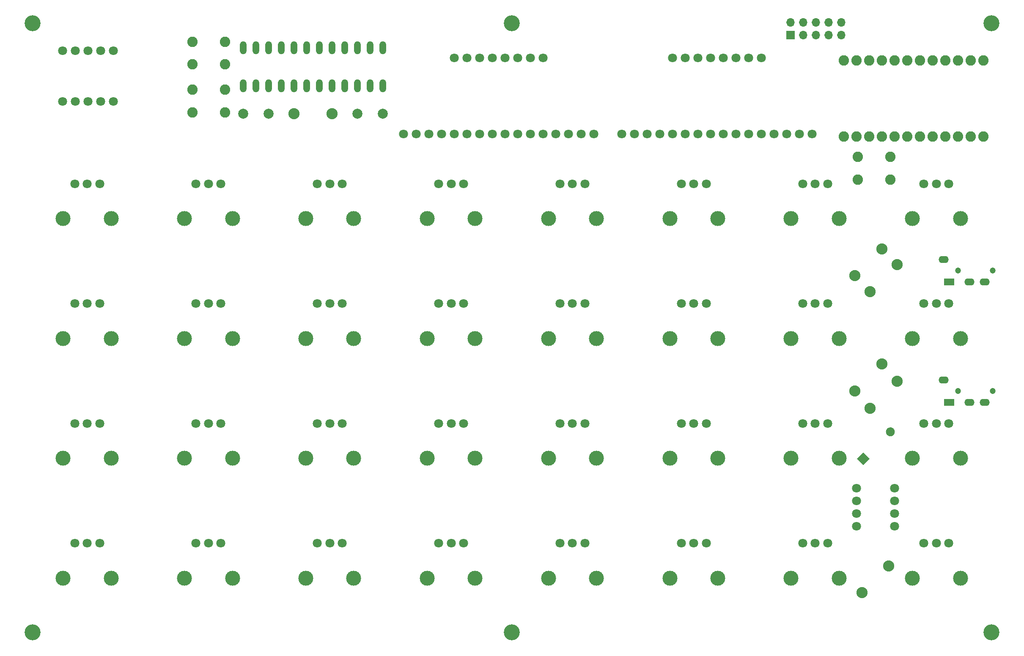
<source format=gbs>
G04 #@! TF.GenerationSoftware,KiCad,Pcbnew,(5.1.10-1-10_14)*
G04 #@! TF.CreationDate,2021-10-10T16:36:06+03:00*
G04 #@! TF.ProjectId,N32B,4e333242-2e6b-4696-9361-645f70636258,V2.2*
G04 #@! TF.SameCoordinates,Original*
G04 #@! TF.FileFunction,Soldermask,Bot*
G04 #@! TF.FilePolarity,Negative*
%FSLAX46Y46*%
G04 Gerber Fmt 4.6, Leading zero omitted, Abs format (unit mm)*
G04 Created by KiCad (PCBNEW (5.1.10-1-10_14)) date 2021-10-10 16:36:06*
%MOMM*%
%LPD*%
G01*
G04 APERTURE LIST*
%ADD10C,1.800000*%
%ADD11C,2.999740*%
%ADD12R,1.700000X1.700000*%
%ADD13O,1.700000X1.700000*%
%ADD14C,2.003200*%
%ADD15C,0.100000*%
%ADD16C,2.235200*%
%ADD17C,1.200000*%
%ADD18O,2.000000X1.400000*%
%ADD19R,2.000000X1.400000*%
%ADD20C,3.200000*%
%ADD21O,1.320800X2.641600*%
%ADD22C,2.082800*%
G04 APERTURE END LIST*
D10*
X215882001Y-130440000D03*
X213382001Y-130440000D03*
X210882001Y-130440000D03*
D11*
X208582001Y-137440000D03*
X218182001Y-137440000D03*
D10*
X191596001Y-130440000D03*
X189096001Y-130440000D03*
X186596001Y-130440000D03*
D11*
X184296001Y-137440000D03*
X193896001Y-137440000D03*
D10*
X167310001Y-130440000D03*
X164810001Y-130440000D03*
X162310001Y-130440000D03*
D11*
X160010001Y-137440000D03*
X169610001Y-137440000D03*
D10*
X143024001Y-130440000D03*
X140524001Y-130440000D03*
X138024001Y-130440000D03*
D11*
X135724001Y-137440000D03*
X145324001Y-137440000D03*
D10*
X118738002Y-130440000D03*
X116238002Y-130440000D03*
X113738002Y-130440000D03*
D11*
X111438002Y-137440000D03*
X121038002Y-137440000D03*
D10*
X94452001Y-130440000D03*
X91952001Y-130440000D03*
X89452001Y-130440000D03*
D11*
X87152001Y-137440000D03*
X96752001Y-137440000D03*
D10*
X70166001Y-130440000D03*
X67666001Y-130440000D03*
X65166001Y-130440000D03*
D11*
X62866001Y-137440000D03*
X72466001Y-137440000D03*
D10*
X215882001Y-106439999D03*
X213382001Y-106439999D03*
X210882001Y-106439999D03*
D11*
X208582001Y-113439999D03*
X218182001Y-113439999D03*
D10*
X191596001Y-106439999D03*
X189096001Y-106439999D03*
X186596001Y-106439999D03*
D11*
X184296001Y-113439999D03*
X193896001Y-113439999D03*
D10*
X167310001Y-106439999D03*
X164810001Y-106439999D03*
X162310001Y-106439999D03*
D11*
X160010001Y-113439999D03*
X169610001Y-113439999D03*
D10*
X143024001Y-106439999D03*
X140524001Y-106439999D03*
X138024001Y-106439999D03*
D11*
X135724001Y-113439999D03*
X145324001Y-113439999D03*
D10*
X118738002Y-106439999D03*
X116238002Y-106439999D03*
X113738002Y-106439999D03*
D11*
X111438002Y-113439999D03*
X121038002Y-113439999D03*
D10*
X94452001Y-106439999D03*
X91952001Y-106439999D03*
X89452001Y-106439999D03*
D11*
X87152001Y-113439999D03*
X96752001Y-113439999D03*
D10*
X70166001Y-106439999D03*
X67666001Y-106439999D03*
X65166001Y-106439999D03*
D11*
X62866001Y-113439999D03*
X72466001Y-113439999D03*
D10*
X45880001Y-106439999D03*
X43380001Y-106439999D03*
X40880001Y-106439999D03*
D11*
X38580001Y-113439999D03*
X48180001Y-113439999D03*
D10*
X215882001Y-82439999D03*
X213382001Y-82439999D03*
X210882001Y-82439999D03*
D11*
X208582001Y-89439999D03*
X218182001Y-89439999D03*
D10*
X191596001Y-82439999D03*
X189096001Y-82439999D03*
X186596001Y-82439999D03*
D11*
X184296001Y-89439999D03*
X193896001Y-89439999D03*
D10*
X167310001Y-82439999D03*
X164810001Y-82439999D03*
X162310001Y-82439999D03*
D11*
X160010001Y-89439999D03*
X169610001Y-89439999D03*
D10*
X143024001Y-82439999D03*
X140524001Y-82439999D03*
X138024001Y-82439999D03*
D11*
X135724001Y-89439999D03*
X145324001Y-89439999D03*
D10*
X118738002Y-82439999D03*
X116238002Y-82439999D03*
X113738002Y-82439999D03*
D11*
X111438002Y-89439999D03*
X121038002Y-89439999D03*
D10*
X94452001Y-82439999D03*
X91952001Y-82439999D03*
X89452001Y-82439999D03*
D11*
X87152001Y-89439999D03*
X96752001Y-89439999D03*
D10*
X70166001Y-82439999D03*
X67666001Y-82439999D03*
X65166001Y-82439999D03*
D11*
X62866001Y-89439999D03*
X72466001Y-89439999D03*
D10*
X45880001Y-82439999D03*
X43380001Y-82439999D03*
X40880001Y-82439999D03*
D11*
X38580001Y-89439999D03*
X48180001Y-89439999D03*
D10*
X215882001Y-58440000D03*
X213382001Y-58440000D03*
X210882001Y-58440000D03*
D11*
X208582001Y-65440000D03*
X218182001Y-65440000D03*
D10*
X191596001Y-58440000D03*
X189096001Y-58440000D03*
X186596001Y-58440000D03*
D11*
X184296001Y-65440000D03*
X193896001Y-65440000D03*
D10*
X167310001Y-58440000D03*
X164810001Y-58440000D03*
X162310001Y-58440000D03*
D11*
X160010001Y-65440000D03*
X169610001Y-65440000D03*
D10*
X143024001Y-58440000D03*
X140524001Y-58440000D03*
X138024001Y-58440000D03*
D11*
X135724001Y-65440000D03*
X145324001Y-65440000D03*
D10*
X118738002Y-58440000D03*
X116238002Y-58440000D03*
X113738002Y-58440000D03*
D11*
X111438002Y-65440000D03*
X121038002Y-65440000D03*
D10*
X70166001Y-58440000D03*
X67666001Y-58440000D03*
X65166001Y-58440000D03*
D11*
X62866001Y-65440000D03*
X72466001Y-65440000D03*
D10*
X94452001Y-58440000D03*
X91952001Y-58440000D03*
X89452001Y-58440000D03*
D11*
X87152001Y-65440000D03*
X96752001Y-65440000D03*
D10*
X45880001Y-130440000D03*
X43380001Y-130440000D03*
X40880001Y-130440000D03*
D11*
X38580001Y-137440000D03*
X48180001Y-137440000D03*
D10*
X45880001Y-58440000D03*
X43380001Y-58440000D03*
X40880001Y-58440000D03*
D11*
X38580001Y-65440000D03*
X48180001Y-65440000D03*
D10*
X150368000Y-48514000D03*
X152908000Y-48514000D03*
X155448000Y-48514000D03*
X157988000Y-48514000D03*
X160528000Y-48514000D03*
X163068000Y-48514000D03*
X165608000Y-48514000D03*
X168148000Y-48514000D03*
X170688000Y-48514000D03*
X173228000Y-48514000D03*
X175768000Y-48514000D03*
X178308000Y-48514000D03*
X180848000Y-48514000D03*
X183388000Y-48514000D03*
X185928000Y-48514000D03*
X188468000Y-48514000D03*
X160528000Y-33274000D03*
X163068000Y-33274000D03*
X165608000Y-33274000D03*
X168148000Y-33274000D03*
X170688000Y-33274000D03*
X173228000Y-33274000D03*
X175768000Y-33274000D03*
X178308000Y-33274000D03*
X106680000Y-48514000D03*
X109220000Y-48514000D03*
X111760000Y-48514000D03*
X114300000Y-48514000D03*
X116840000Y-48514000D03*
X119380000Y-48514000D03*
X121920000Y-48514000D03*
X124460000Y-48514000D03*
X127000000Y-48514000D03*
X129540000Y-48514000D03*
X132080000Y-48514000D03*
X134620000Y-48514000D03*
X137160000Y-48514000D03*
X139700000Y-48514000D03*
X142240000Y-48514000D03*
X144780000Y-48514000D03*
X116840000Y-33274000D03*
X119380000Y-33274000D03*
X121920000Y-33274000D03*
X124460000Y-33274000D03*
X127000000Y-33274000D03*
X129540000Y-33274000D03*
X132080000Y-33274000D03*
X134620000Y-33274000D03*
D12*
X184150000Y-28702000D03*
D13*
X184150000Y-26162000D03*
X186690000Y-28702000D03*
X186690000Y-26162000D03*
X189230000Y-28702000D03*
X189230000Y-26162000D03*
X191770000Y-28702000D03*
X191770000Y-26162000D03*
X194310000Y-28702000D03*
X194310000Y-26162000D03*
D14*
X74628000Y-44386000D03*
X79708000Y-44386000D03*
X97488000Y-44386000D03*
X102568000Y-44386000D03*
D10*
X38428000Y-31832000D03*
X38428000Y-41952000D03*
X40968000Y-31832000D03*
X40968000Y-41952000D03*
X43508000Y-31832000D03*
X43508000Y-41952000D03*
X46048000Y-31832000D03*
X46048000Y-41952000D03*
X48588000Y-31832000D03*
X48588000Y-41952000D03*
G36*
G01*
X203524758Y-108775242D02*
X203524758Y-108775242D01*
G75*
G02*
X203524758Y-107502450I636396J636396D01*
G01*
X203524758Y-107502450D01*
G75*
G02*
X204797550Y-107502450I636396J-636396D01*
G01*
X204797550Y-107502450D01*
G75*
G02*
X204797550Y-108775242I-636396J-636396D01*
G01*
X204797550Y-108775242D01*
G75*
G02*
X203524758Y-108775242I-636396J636396D01*
G01*
G37*
D15*
G36*
X198773000Y-114799792D02*
G01*
X197500208Y-113527000D01*
X198773000Y-112254208D01*
X200045792Y-113527000D01*
X198773000Y-114799792D01*
G37*
D10*
X204990700Y-119405400D03*
X197370700Y-119405400D03*
X204990700Y-121945400D03*
X197370700Y-121945400D03*
X204990700Y-124485400D03*
X197370700Y-124485400D03*
X204990700Y-127025400D03*
X197370700Y-127025400D03*
D16*
X202465077Y-71473923D03*
X197076923Y-76862077D03*
X200124923Y-80037077D03*
X205513077Y-74648923D03*
X84788000Y-44446000D03*
X92408000Y-44446000D03*
X200124923Y-103396077D03*
X205513077Y-98007923D03*
X198453923Y-140371077D03*
X203842077Y-134982923D03*
X202465077Y-94557923D03*
X197076923Y-99946077D03*
D17*
X217668000Y-75838000D03*
X224668000Y-75838000D03*
D18*
X223068000Y-78138000D03*
X219968000Y-78138000D03*
D19*
X215968000Y-78138000D03*
D18*
X214818000Y-73638000D03*
D20*
X128416000Y-148312000D03*
X128416000Y-26312000D03*
X224416000Y-148312000D03*
X32416000Y-148312000D03*
X224416000Y-26312000D03*
X32416000Y-26312000D03*
D21*
X102568000Y-38862000D03*
X100028000Y-38862000D03*
X97488000Y-38862000D03*
X94948000Y-38862000D03*
X92408000Y-38862000D03*
X89868000Y-38862000D03*
X87328000Y-38862000D03*
X84788000Y-38862000D03*
X82248000Y-38862000D03*
X79708000Y-38862000D03*
X77168000Y-38862000D03*
X74628000Y-38862000D03*
X74628000Y-31242000D03*
X77168000Y-31242000D03*
X79708000Y-31242000D03*
X82248000Y-31242000D03*
X84788000Y-31242000D03*
X87328000Y-31242000D03*
X89868000Y-31242000D03*
X92408000Y-31242000D03*
X94948000Y-31242000D03*
X97488000Y-31242000D03*
X100028000Y-31242000D03*
X102568000Y-31242000D03*
D22*
X64482980Y-39613840D03*
X70985380Y-39613840D03*
X64482980Y-44135040D03*
X70985380Y-44135040D03*
X64480440Y-29989780D03*
X70982840Y-29989780D03*
X64480440Y-34510980D03*
X70982840Y-34510980D03*
X222758000Y-33782000D03*
X220218000Y-33782000D03*
X217678000Y-33782000D03*
X215138000Y-33782000D03*
X212598000Y-33782000D03*
X210058000Y-33782000D03*
X207518000Y-33782000D03*
X204978000Y-33782000D03*
X202438000Y-33782000D03*
X199898000Y-33782000D03*
X197358000Y-33782000D03*
X194818000Y-33782000D03*
X194818000Y-49022000D03*
X197358000Y-49022000D03*
X199898000Y-49022000D03*
X202438000Y-49022000D03*
X204978000Y-49022000D03*
X207518000Y-49022000D03*
X210058000Y-49022000D03*
X212598000Y-49022000D03*
X215138000Y-49022000D03*
X217678000Y-49022000D03*
X220218000Y-49022000D03*
X222758000Y-49022000D03*
D18*
X214818000Y-97768000D03*
D19*
X215968000Y-102268000D03*
D18*
X219968000Y-102268000D03*
X223068000Y-102268000D03*
D17*
X224668000Y-99968000D03*
X217668000Y-99968000D03*
D22*
X204139800Y-57581800D03*
X197637400Y-57581800D03*
X204139800Y-53060600D03*
X197637400Y-53060600D03*
M02*

</source>
